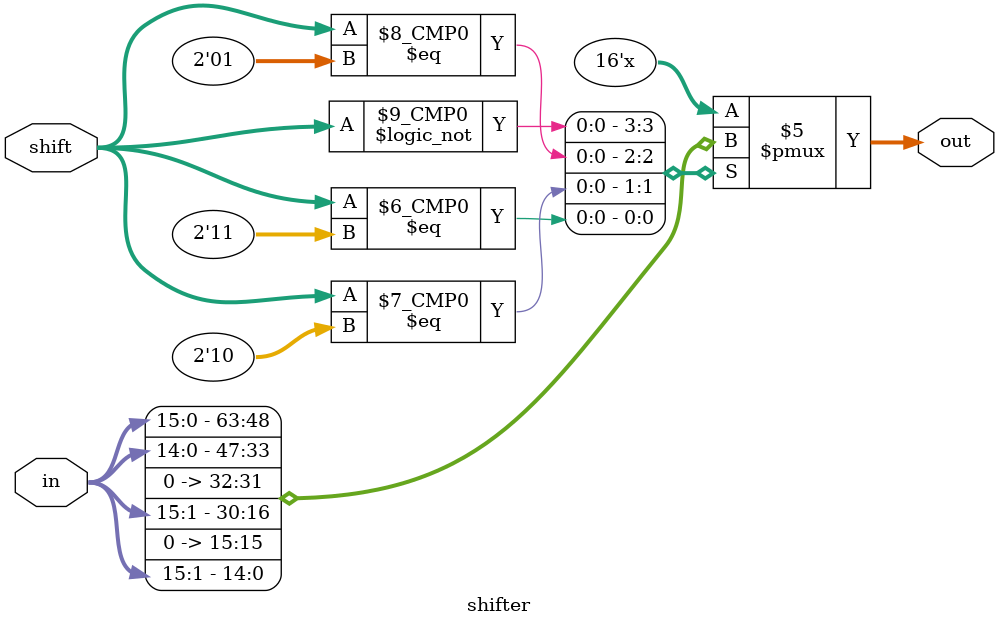
<source format=v>
`define UNCHANGED 2'b00
`define SHIFT_LEFT 2'b01
`define SHIFT_RIGHT_MSB_0 2'b10
`define SHIFT_RIGHT_MSB_COPY 2'b11

module shifter(in, shift, out);
  input [15:0] in;
  input [1:0] shift;
  output reg [15:0] out;

  always @(*) begin
    case(shift)
      `UNCHANGED: out = in;
      `SHIFT_LEFT: out = in << 1;
      `SHIFT_RIGHT_MSB_0: out = in >> 1;
      `SHIFT_RIGHT_MSB_COPY: out = in >>> 1;
      default: out = {16{1'bx}};
    endcase
  end
endmodule

</source>
